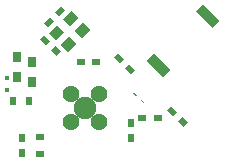
<source format=gtp>
G04 DipTrace 2.4.0.2*
%IN2dB-bBLE.gtp*%
%MOIN*%
%ADD27C,0.075*%
%ADD28C,0.0562*%
%ADD45O,0.0X0.0177*%
%ADD47O,0.0177X0.0*%
%ADD49R,0.0118X0.0157*%
%ADD51R,0.0217X0.0276*%
%ADD57R,0.0276X0.0217*%
%ADD59R,0.0197X0.0276*%
%ADD61R,0.0315X0.0354*%
%ADD63R,0.0276X0.0197*%
%FSLAX44Y44*%
G04*
G70*
G90*
G75*
G01*
%LNTopPaste*%
%LPD*%
G36*
X9160Y7606D2*
X9411Y7857D1*
X9967Y7300D1*
X9717Y7049D1*
X9160Y7606D1*
G37*
G36*
X10803Y9249D2*
X11053Y9499D1*
X11610Y8942D1*
X11359Y8692D1*
X10803Y9249D1*
G37*
G36*
X9010Y6821D2*
X9024Y6835D1*
X9121Y6737D1*
X9107Y6723D1*
X9010Y6821D1*
G37*
G36*
X8871Y6682D2*
X8885Y6696D1*
X8982Y6598D1*
X8968Y6584D1*
X8871Y6682D1*
G37*
G36*
X8732Y6542D2*
X8745Y6556D1*
X8843Y6459D1*
X8829Y6445D1*
X8732Y6542D1*
G37*
G36*
X8968Y6306D2*
X8982Y6320D1*
X9079Y6222D1*
X9066Y6208D1*
X8968Y6306D1*
G37*
G36*
X9107Y6445D2*
X9121Y6459D1*
X9219Y6361D1*
X9205Y6348D1*
X9107Y6445D1*
G37*
G36*
X9247Y6584D2*
X9260Y6598D1*
X9358Y6501D1*
X9344Y6487D1*
X9247Y6584D1*
G37*
G36*
X6245Y9091D2*
X6106Y9230D1*
X6301Y9425D1*
X6440Y9285D1*
X6245Y9091D1*
G37*
G36*
X5884Y8729D2*
X5744Y8868D1*
X5939Y9063D1*
X6078Y8924D1*
X5884Y8729D1*
G37*
G36*
X6304Y7915D2*
X6165Y7775D1*
X5970Y7970D1*
X6109Y8109D1*
X6304Y7915D1*
G37*
G36*
X5942Y8276D2*
X5803Y8137D1*
X5608Y8332D1*
X5747Y8471D1*
X5942Y8276D1*
G37*
D63*
X9025Y5680D3*
X9537D3*
D61*
X5348Y6895D3*
Y7564D3*
D63*
X7484Y7550D3*
X6972D3*
G36*
X8452Y7368D2*
X8591Y7508D1*
X8786Y7313D1*
X8647Y7174D1*
X8452Y7368D1*
G37*
G36*
X8090Y7730D2*
X8229Y7869D1*
X8424Y7675D1*
X8285Y7535D1*
X8090Y7730D1*
G37*
D59*
X8645Y5535D3*
Y5023D3*
X5007Y5041D3*
Y4529D3*
D61*
X4862Y7073D3*
Y7742D3*
D57*
X5612Y5058D3*
Y4507D3*
D51*
X5250Y6273D3*
X4699D3*
D49*
X4520Y6642D3*
Y7036D3*
G36*
X10185Y5913D2*
X10046Y5774D1*
X9851Y5969D1*
X9990Y6108D1*
X10185Y5913D1*
G37*
G36*
X10547Y5551D2*
X10408Y5412D1*
X10213Y5607D1*
X10352Y5746D1*
X10547Y5551D1*
G37*
D27*
X7124Y6033D3*
D28*
X6655Y6502D3*
X7593D3*
Y5565D3*
X6655D3*
D47*
X5933Y6900D3*
Y6742D3*
Y6585D3*
Y6427D3*
Y6270D3*
Y6112D3*
Y5955D3*
Y5797D3*
Y5640D3*
Y5482D3*
Y5325D3*
Y5167D3*
D45*
X6258Y4842D3*
X6415D3*
X6573D3*
X6730D3*
X6888D3*
X7045D3*
X7203D3*
X7360D3*
X7518D3*
X7675D3*
X7833D3*
X7990D3*
D47*
X8315Y5167D3*
Y5325D3*
Y5482D3*
Y5640D3*
Y5797D3*
Y5955D3*
Y6112D3*
Y6270D3*
Y6427D3*
Y6585D3*
Y6742D3*
Y6900D3*
D45*
X7990Y7224D3*
X7833D3*
X7675D3*
X7518D3*
X7360D3*
X7203D3*
X7045D3*
X6888D3*
X6730D3*
X6573D3*
X6415D3*
X6258D3*
G36*
X6905Y9028D2*
X6627Y8749D1*
X6376Y9000D1*
X6655Y9278D1*
X6905Y9028D1*
G37*
G36*
X6432Y8555D2*
X6154Y8276D1*
X5903Y8527D1*
X6181Y8805D1*
X6432Y8555D1*
G37*
G36*
X6822Y8165D2*
X6543Y7886D1*
X6293Y8137D1*
X6571Y8415D1*
X6822Y8165D1*
G37*
G36*
X7295Y8638D2*
X7017Y8360D1*
X6766Y8610D1*
X7044Y8889D1*
X7295Y8638D1*
G37*
M02*

</source>
